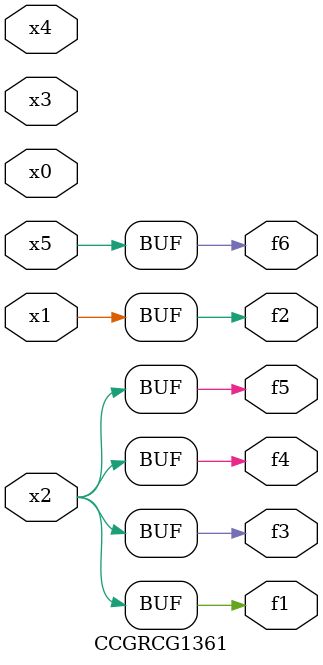
<source format=v>
module CCGRCG1361(
	input x0, x1, x2, x3, x4, x5,
	output f1, f2, f3, f4, f5, f6
);
	assign f1 = x2;
	assign f2 = x1;
	assign f3 = x2;
	assign f4 = x2;
	assign f5 = x2;
	assign f6 = x5;
endmodule

</source>
